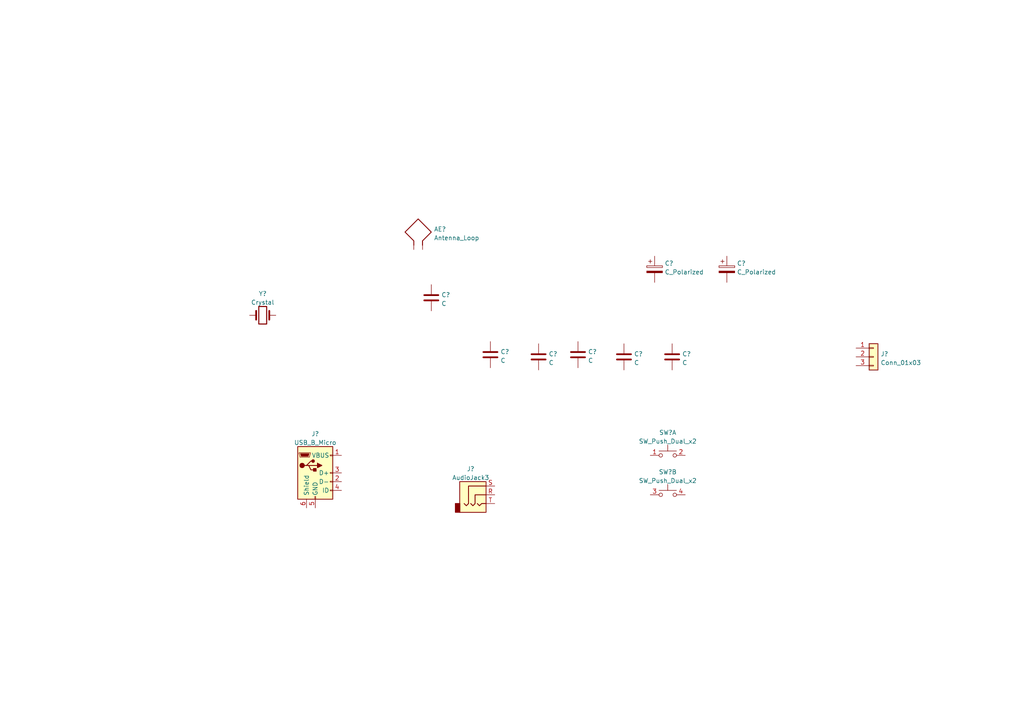
<source format=kicad_sch>
(kicad_sch (version 20211123) (generator eeschema)
  (paper "A4")
  (lib_symbols
    (symbol "Connector:AudioJack3"
      (property "Reference" "J" (at 0 8.89 0))
      (property "Value" "AudioJack3" (at 0 6.35 0))
      (symbol "AudioJack3_0_1"
        (rectangle (start -5.08 -5.08) (end -6.35 -2.54) (stroke (width 0.254)) (fill (type outline)))
        (polyline (pts (xy 0 -2.54) (xy 0.635 -3.175) (xy 1.27 -2.54) (xy 2.54 -2.54)) (stroke (width 0.254)))
        (polyline (pts (xy -1.905 -2.54) (xy -1.27 -3.175) (xy -0.635 -2.54) (xy -0.635 0) (xy 2.54 0)) (stroke (width 0.254)))
        (polyline (pts (xy 2.54 2.54) (xy -2.54 2.54) (xy -2.54 -2.54) (xy -3.175 -3.175) (xy -3.81 -2.54)) (stroke (width 0.254)))
        (rectangle (start 2.54 3.81) (end -5.08 -5.08) (stroke (width 0.254)) (fill (type background)))
      )
      (symbol "AudioJack3_1_1"
        (pin passive line (at 5.08 0 180) (length 2.54) (name "~") (number "R"))
        (pin passive line (at 5.08 2.54 180) (length 2.54) (name "~") (number "S"))
        (pin passive line (at 5.08 -2.54 180) (length 2.54) (name "~") (number "T"))
      )
    )
    (symbol "Connector:USB_B_Micro" (pin_names (offset 1.016))
      (property "Reference" "J" (at -5.08 11.43 0))
      (property "Value" "USB_B_Micro" (at -5.08 8.89 0))
      (symbol "USB_B_Micro_0_1"
        (rectangle (start -5.08 -7.62) (end 5.08 7.62) (stroke (width 0.254)) (fill (type background)))
        (circle (center -3.81 2.159) (radius 0.635) (stroke (width 0.254)) (fill (type outline)))
        (circle (center -0.635 3.429) (radius 0.381) (stroke (width 0.254)) (fill (type outline)))
        (rectangle (start -0.127 -7.62) (end 0.127 -6.858))
        (polyline (pts (xy -1.905 2.159) (xy 0.635 2.159)) (stroke (width 0.254)))
        (polyline (pts (xy -3.175 2.159) (xy -2.54 2.159) (xy -1.27 3.429) (xy -0.635 3.429)) (stroke (width 0.254)))
        (polyline (pts (xy -2.54 2.159) (xy -1.905 2.159) (xy -1.27 0.889) (xy 0 0.889)) (stroke (width 0.254)))
        (polyline (pts (xy 0.635 2.794) (xy 0.635 1.524) (xy 1.905 2.159) (xy 0.635 2.794)) (stroke (width 0.254)) (fill (type outline)))
        (polyline (pts (xy -4.318 5.588) (xy -1.778 5.588) (xy -2.032 4.826) (xy -4.064 4.826) (xy -4.318 5.588)) (fill (type outline)))
        (polyline (pts (xy -4.699 5.842) (xy -4.699 5.588) (xy -4.445 4.826) (xy -4.445 4.572) (xy -1.651 4.572) (xy -1.651 4.826) (xy -1.397 5.588) (xy -1.397 5.842) (xy -4.699 5.842)))
        (rectangle (start 0.254 1.27) (end -0.508 0.508) (stroke (width 0.254)) (fill (type outline)))
        (rectangle (start 5.08 -5.207) (end 4.318 -4.953))
        (rectangle (start 5.08 -2.667) (end 4.318 -2.413))
        (rectangle (start 5.08 -0.127) (end 4.318 0.127))
        (rectangle (start 5.08 4.953) (end 4.318 5.207))
      )
      (symbol "USB_B_Micro_1_1"
        (pin power_out line (at 7.62 5.08 180) (length 2.54) (name "VBUS") (number "1"))
        (pin bidirectional line (at 7.62 -2.54 180) (length 2.54) (name "D-") (number "2"))
        (pin bidirectional line (at 7.62 0 180) (length 2.54) (name "D+") (number "3"))
        (pin passive line (at 7.62 -5.08 180) (length 2.54) (name "ID") (number "4"))
        (pin power_out line (at 0 -10.16 90) (length 2.54) (name "GND") (number "5"))
        (pin passive line (at -2.54 -10.16 90) (length 2.54) (name "Shield") (number "6"))
      )
    )
    (symbol "Connector_Generic:Conn_01x03" (pin_names (offset 1.016) hide)
      (property "Reference" "J" (at 0 5.08 0))
      (property "Value" "Conn_01x03" (at 0 -5.08 0))
      (symbol "Conn_01x03_1_1"
        (rectangle (start -1.27 -2.413) (end 0 -2.667) (stroke (width 0.1524)))
        (rectangle (start -1.27 0.127) (end 0 -0.127) (stroke (width 0.1524)))
        (rectangle (start -1.27 2.667) (end 0 2.413) (stroke (width 0.1524)))
        (rectangle (start -1.27 3.81) (end 1.27 -3.81) (stroke (width 0.254)) (fill (type background)))
        (pin passive line (at -5.08 2.54 0) (length 3.81) (name "Pin_1") (number "1"))
        (pin passive line (at -5.08 0 0) (length 3.81) (name "Pin_2") (number "2"))
        (pin passive line (at -5.08 -2.54 0) (length 3.81) (name "Pin_3") (number "3"))
      )
    )
    (symbol "Device:Antenna_Loop" (pin_numbers hide) (pin_names (offset 1.016) hide)
      (property "Reference" "AE" (at 1.27 6.35 0))
      (property "Value" "Antenna_Loop" (at 1.27 5.08 0))
      (symbol "Antenna_Loop_0_1"
        (polyline (pts (xy 2.54 -3.81) (xy 2.54 -2.54) (xy 5.08 0) (xy 1.27 3.81) (xy -2.54 0) (xy 0 -2.54) (xy 0 -3.81)) (stroke (width 0.254)))
      )
      (symbol "Antenna_Loop_1_1"
        (pin input line (at 0 -5.08 90) (length 2.54) (name "~") (number "1"))
        (pin input line (at 2.54 -5.08 90) (length 2.54) (name "~") (number "2"))
      )
    )
    (symbol "Device:C" (pin_numbers hide) (pin_names (offset 0.254))
      (property "Reference" "C" (at 0.635 2.54 0))
      (property "Value" "C" (at 0.635 -2.54 0))
      (symbol "C_0_1"
        (polyline (pts (xy -2.032 -0.762) (xy 2.032 -0.762)) (stroke (width 0.508)))
        (polyline (pts (xy -2.032 0.762) (xy 2.032 0.762)) (stroke (width 0.508)))
      )
      (symbol "C_1_1"
        (pin passive line (at 0 3.81 270) (length 2.794) (name "~") (number "1"))
        (pin passive line (at 0 -3.81 90) (length 2.794) (name "~") (number "2"))
      )
    )
    (symbol "Device:C_Polarized" (pin_numbers hide) (pin_names (offset 0.254))
      (property "Reference" "C" (at 0.635 2.54 0))
      (property "Value" "C_Polarized" (at 0.635 -2.54 0))
      (symbol "C_Polarized_0_1"
        (rectangle (start -2.286 0.508) (end 2.286 1.016))
        (polyline (pts (xy -1.778 2.286) (xy -0.762 2.286)))
        (polyline (pts (xy -1.27 2.794) (xy -1.27 1.778)))
        (rectangle (start 2.286 -0.508) (end -2.286 -1.016) (fill (type outline)))
      )
      (symbol "C_Polarized_1_1"
        (pin passive line (at 0 3.81 270) (length 2.794) (name "~") (number "1"))
        (pin passive line (at 0 -3.81 90) (length 2.794) (name "~") (number "2"))
      )
    )
    (symbol "Device:Crystal" (pin_numbers hide) (pin_names (offset 1.016) hide)
      (property "Reference" "Y" (at 0 3.81 0))
      (property "Value" "Crystal" (at 0 -3.81 0))
      (symbol "Crystal_0_1"
        (rectangle (start -1.143 2.54) (end 1.143 -2.54) (stroke (width 0.3048)))
        (polyline (pts (xy -2.54 0) (xy -1.905 0)))
        (polyline (pts (xy -1.905 -1.27) (xy -1.905 1.27)) (stroke (width 0.508)))
        (polyline (pts (xy 1.905 -1.27) (xy 1.905 1.27)) (stroke (width 0.508)))
        (polyline (pts (xy 2.54 0) (xy 1.905 0)))
      )
      (symbol "Crystal_1_1"
        (pin passive line (at -3.81 0 0) (length 1.27) (name "1") (number "1"))
        (pin passive line (at 3.81 0 180) (length 1.27) (name "2") (number "2"))
      )
    )
    (symbol "Switch:SW_Push_Dual_x2" (pin_names (offset 1.016) hide)
      (property "Reference" "SW" (at 1.27 2.54 0))
      (property "Value" "SW_Push_Dual_x2" (at 0 -1.524 0))
      (symbol "SW_Push_Dual_x2_0_1"
        (circle (center -2.032 0) (radius 0.508))
        (polyline (pts (xy 0 1.27) (xy 0 3.048)))
        (polyline (pts (xy 2.54 1.27) (xy -2.54 1.27)))
        (circle (center 2.032 0) (radius 0.508))
      )
      (symbol "SW_Push_Dual_x2_1_1"
        (pin passive line (at -5.08 0 0) (length 2.54) (name "C") (number "1"))
        (pin passive line (at 5.08 0 180) (length 2.54) (name "D") (number "2"))
      )
      (symbol "SW_Push_Dual_x2_2_1"
        (pin passive line (at -5.08 0 0) (length 2.54) (name "C") (number "3"))
        (pin passive line (at 5.08 0 180) (length 2.54) (name "D") (number "4"))
      )
    )
  )
  (symbol (lib_id "Switch:SW_Push_Dual_x2") (at 193.675 132.08 0) (unit 1)
    (property "Reference" "SW?" (at 193.675 125.4592 0))
    (property "Value" "SW_Push_Dual_x2" (at 193.675 127.9961 0))
  )
  (symbol (lib_id "Device:C") (at 180.975 103.505 0) (unit 1)
    (property "Reference" "C?" (at 183.896 102.6703 0) (effects (justify left)))
    (property "Value" "C" (at 183.896 105.2072 0) (effects (justify left)))
    (property "Footprint" "Capacitor_SMD:C_0805_2012Metric_Pad1.18x1.45mm_HandSolder" (effects hide))
  )
  (symbol (lib_id "Device:C_Polarized") (at 210.82 78.105 0) (unit 1)
    (property "Reference" "C?" (at 213.741 76.3813 0) (effects (justify left)))
    (property "Value" "C_Polarized" (at 213.741 78.9182 0) (effects (justify left)))
  )
  (symbol (lib_id "Connector_Generic:Conn_01x03") (at 253.365 103.505 0) (unit 1)
    (property "Reference" "J?" (at 255.397 102.6703 0) (effects (justify left)))
    (property "Value" "Conn_01x03" (at 255.397 105.2072 0) (effects (justify left)))
  )
  (symbol (lib_id "Switch:SW_Push_Dual_x2") (at 193.675 143.51 0) (unit 2)
    (property "Reference" "SW?" (at 193.675 136.8892 0))
    (property "Value" "SW_Push_Dual_x2" (at 193.675 139.4261 0))
  )
  (symbol (lib_id "Device:C") (at 156.21 103.505 0) (unit 1)
    (property "Reference" "C?" (at 159.131 102.6703 0) (effects (justify left)))
    (property "Value" "C" (at 159.131 105.2072 0) (effects (justify left)))
    (property "Footprint" "Capacitor_SMD:C_0805_2012Metric_Pad1.18x1.45mm_HandSolder" (effects hide))
  )
  (symbol (lib_id "Device:Crystal") (at 76.2 91.44 0) (unit 1)
    (property "Reference" "Y?" (at 76.2 85.1748 0))
    (property "Value" "Crystal" (at 76.2 87.7117 0))
  )
  (symbol (lib_id "Connector:USB_B_Micro") (at 91.44 137.16 0) (unit 1)
    (property "Reference" "J?" (at 91.44 125.8402 0))
    (property "Value" "USB_B_Micro" (at 91.44 128.3771 0))
  )
  (symbol (lib_id "Device:C") (at 167.64 102.87 0) (unit 1)
    (property "Reference" "C?" (at 170.561 102.0353 0) (effects (justify left)))
    (property "Value" "C" (at 170.561 104.5722 0) (effects (justify left)))
    (property "Footprint" "Capacitor_SMD:C_0805_2012Metric_Pad1.18x1.45mm_HandSolder" (effects hide))
  )
  (symbol (lib_id "Device:C") (at 125.095 86.36 0) (unit 1)
    (property "Reference" "C?" (at 128.016 85.5253 0) (effects (justify left)))
    (property "Value" "C" (at 128.016 88.0622 0) (effects (justify left)))
    (property "Footprint" "Capacitor_SMD:C_0805_2012Metric_Pad1.18x1.45mm_HandSolder" (effects hide))
  )
  (symbol (lib_id "Device:C_Polarized") (at 189.865 78.105 0) (unit 1)
    (property "Reference" "C?" (at 192.786 76.3813 0) (effects (justify left)))
    (property "Value" "C_Polarized" (at 192.786 78.9182 0) (effects (justify left)))
  )
  (symbol (lib_id "Device:C") (at 194.945 103.505 0) (unit 1)
    (property "Reference" "C?" (at 197.866 102.6703 0) (effects (justify left)))
    (property "Value" "C" (at 197.866 105.2072 0) (effects (justify left)))
    (property "Footprint" "Capacitor_SMD:C_0805_2012Metric_Pad1.18x1.45mm_HandSolder" (effects hide))
  )
  (symbol (lib_id "Connector:AudioJack3") (at 138.43 143.51 0) (unit 1)
    (property "Reference" "J?" (at 136.525 136.0002 0))
    (property "Value" "AudioJack3" (at 136.525 138.5371 0))
  )
  (symbol (lib_id "Device:C") (at 142.24 102.87 0) (unit 1)
    (property "Reference" "C?" (at 145.161 102.0353 0) (effects (justify left)))
    (property "Value" "C" (at 145.161 104.5722 0) (effects (justify left)))
    (property "Footprint" "Capacitor_SMD:C_0805_2012Metric_Pad1.18x1.45mm_HandSolder" (effects hide))
  )
  (symbol (lib_id "Device:Antenna_Loop") (at 120.015 67.31 0) (unit 1)
    (property "Reference" "AE?" (at 125.857 66.4753 0) (effects (justify left)))
    (property "Value" "Antenna_Loop" (at 125.857 69.0122 0) (effects (justify left)))
  )
)
</source>
